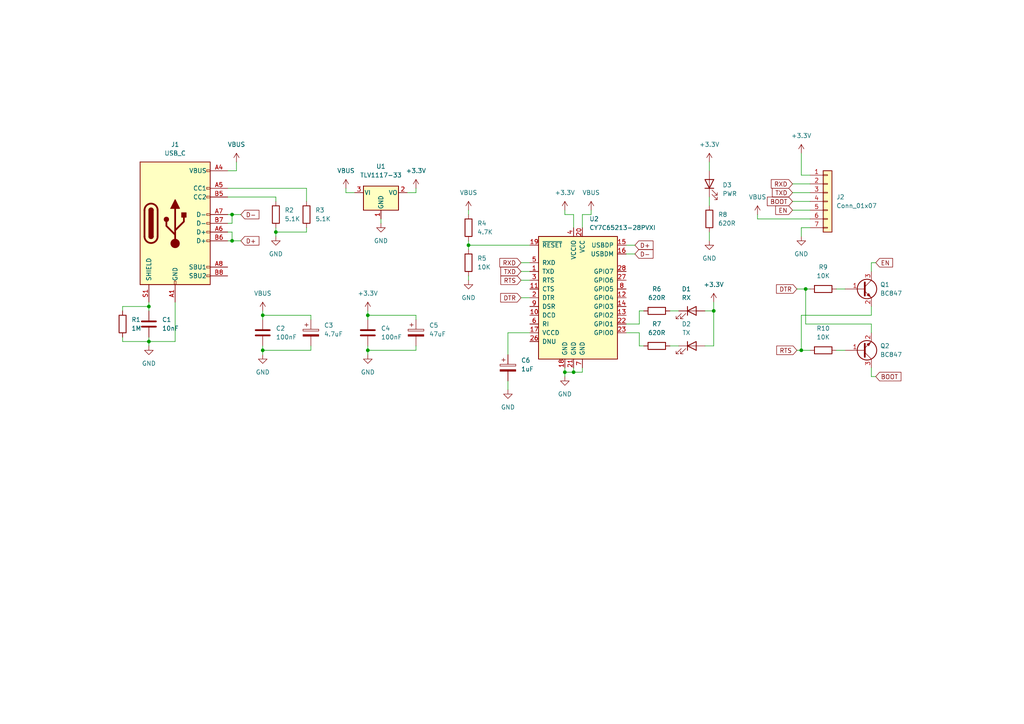
<source format=kicad_sch>
(kicad_sch (version 20211123) (generator eeschema)
  (paper "A4")
  (lib_symbols
    (symbol "Connector:USB_C_Receptacle_USB2.0" (pin_names (offset 1.016))
      (property "Reference" "J" (at -10.16 19.05 0))
      (property "Value" "USB_C_Receptacle_USB2.0" (at 19.05 19.05 0))
      (symbol "USB_C_Receptacle_USB2.0_0_0"
        (rectangle (start -0.254 -17.78) (end 0.254 -16.764))
        (rectangle (start 10.16 -14.986) (end 9.144 -15.494))
        (rectangle (start 10.16 -12.446) (end 9.144 -12.954))
        (rectangle (start 10.16 -4.826) (end 9.144 -5.334))
        (rectangle (start 10.16 -2.286) (end 9.144 -2.794))
        (rectangle (start 10.16 0.254) (end 9.144 -0.254))
        (rectangle (start 10.16 2.794) (end 9.144 2.286))
        (rectangle (start 10.16 7.874) (end 9.144 7.366))
        (rectangle (start 10.16 10.414) (end 9.144 9.906))
        (rectangle (start 10.16 15.494) (end 9.144 14.986))
      )
      (symbol "USB_C_Receptacle_USB2.0_0_1"
        (rectangle (start -10.16 17.78) (end 10.16 -17.78) (stroke (width 0.254)) (fill (type background)))
        (arc (start -8.89 -3.81) (mid -6.985 -5.715) (end -5.08 -3.81) (stroke (width 0.508)))
        (arc (start -7.62 -3.81) (mid -6.985 -4.445) (end -6.35 -3.81) (stroke (width 0.254)))
        (arc (start -7.62 -3.81) (mid -6.985 -4.445) (end -6.35 -3.81) (stroke (width 0.254)) (fill (type outline)))
        (rectangle (start -7.62 -3.81) (end -6.35 3.81) (stroke (width 0.254)) (fill (type outline)))
        (arc (start -6.35 3.81) (mid -6.985 4.445) (end -7.62 3.81) (stroke (width 0.254)))
        (arc (start -6.35 3.81) (mid -6.985 4.445) (end -7.62 3.81) (stroke (width 0.254)) (fill (type outline)))
        (arc (start -5.08 3.81) (mid -6.985 5.715) (end -8.89 3.81) (stroke (width 0.508)))
        (circle (center -2.54 1.143) (radius 0.635) (stroke (width 0.254)) (fill (type outline)))
        (circle (center 0 -5.842) (radius 1.27) (fill (type outline)))
        (polyline (pts (xy -8.89 -3.81) (xy -8.89 3.81)) (stroke (width 0.508)))
        (polyline (pts (xy -5.08 3.81) (xy -5.08 -3.81)) (stroke (width 0.508)))
        (polyline (pts (xy 0 -5.842) (xy 0 4.318)) (stroke (width 0.508)))
        (polyline (pts (xy 0 -3.302) (xy -2.54 -0.762) (xy -2.54 0.508)) (stroke (width 0.508)))
        (polyline (pts (xy 0 -2.032) (xy 2.54 0.508) (xy 2.54 1.778)) (stroke (width 0.508)))
        (polyline (pts (xy -1.27 4.318) (xy 0 6.858) (xy 1.27 4.318) (xy -1.27 4.318)) (stroke (width 0.254)) (fill (type outline)))
        (rectangle (start 1.905 1.778) (end 3.175 3.048) (stroke (width 0.254)) (fill (type outline)))
      )
      (symbol "USB_C_Receptacle_USB2.0_1_1"
        (pin passive line (at 0 -22.86 90) (length 5.08) (name "GND") (number "A1"))
        (pin passive line (at 0 -22.86 90) (length 5.08) hide (name "GND") (number "A12"))
        (pin passive line (at 15.24 15.24 180) (length 5.08) (name "VBUS") (number "A4"))
        (pin bidirectional line (at 15.24 10.16 180) (length 5.08) (name "CC1") (number "A5"))
        (pin bidirectional line (at 15.24 -2.54 180) (length 5.08) (name "D+") (number "A6"))
        (pin bidirectional line (at 15.24 2.54 180) (length 5.08) (name "D-") (number "A7"))
        (pin bidirectional line (at 15.24 -12.7 180) (length 5.08) (name "SBU1") (number "A8"))
        (pin passive line (at 15.24 15.24 180) (length 5.08) hide (name "VBUS") (number "A9"))
        (pin passive line (at 0 -22.86 90) (length 5.08) hide (name "GND") (number "B1"))
        (pin passive line (at 0 -22.86 90) (length 5.08) hide (name "GND") (number "B12"))
        (pin passive line (at 15.24 15.24 180) (length 5.08) hide (name "VBUS") (number "B4"))
        (pin bidirectional line (at 15.24 7.62 180) (length 5.08) (name "CC2") (number "B5"))
        (pin bidirectional line (at 15.24 -5.08 180) (length 5.08) (name "D+") (number "B6"))
        (pin bidirectional line (at 15.24 0 180) (length 5.08) (name "D-") (number "B7"))
        (pin bidirectional line (at 15.24 -15.24 180) (length 5.08) (name "SBU2") (number "B8"))
        (pin passive line (at 15.24 15.24 180) (length 5.08) hide (name "VBUS") (number "B9"))
        (pin passive line (at -7.62 -22.86 90) (length 5.08) (name "SHIELD") (number "S1"))
      )
    )
    (symbol "Connector_Generic:Conn_01x07" (pin_names (offset 1.016) hide)
      (property "Reference" "J" (at 0 10.16 0))
      (property "Value" "Conn_01x07" (at 0 -10.16 0))
      (symbol "Conn_01x07_1_1"
        (rectangle (start -1.27 -7.493) (end 0 -7.747) (stroke (width 0.1524)))
        (rectangle (start -1.27 -4.953) (end 0 -5.207) (stroke (width 0.1524)))
        (rectangle (start -1.27 -2.413) (end 0 -2.667) (stroke (width 0.1524)))
        (rectangle (start -1.27 0.127) (end 0 -0.127) (stroke (width 0.1524)))
        (rectangle (start -1.27 2.667) (end 0 2.413) (stroke (width 0.1524)))
        (rectangle (start -1.27 5.207) (end 0 4.953) (stroke (width 0.1524)))
        (rectangle (start -1.27 7.747) (end 0 7.493) (stroke (width 0.1524)))
        (rectangle (start -1.27 8.89) (end 1.27 -8.89) (stroke (width 0.254)) (fill (type background)))
        (pin passive line (at -5.08 7.62 0) (length 3.81) (name "Pin_1") (number "1"))
        (pin passive line (at -5.08 5.08 0) (length 3.81) (name "Pin_2") (number "2"))
        (pin passive line (at -5.08 2.54 0) (length 3.81) (name "Pin_3") (number "3"))
        (pin passive line (at -5.08 0 0) (length 3.81) (name "Pin_4") (number "4"))
        (pin passive line (at -5.08 -2.54 0) (length 3.81) (name "Pin_5") (number "5"))
        (pin passive line (at -5.08 -5.08 0) (length 3.81) (name "Pin_6") (number "6"))
        (pin passive line (at -5.08 -7.62 0) (length 3.81) (name "Pin_7") (number "7"))
      )
    )
    (symbol "Device:C" (pin_numbers hide) (pin_names (offset 0.254))
      (property "Reference" "C" (at 0.635 2.54 0))
      (property "Value" "C" (at 0.635 -2.54 0))
      (symbol "C_0_1"
        (polyline (pts (xy -2.032 -0.762) (xy 2.032 -0.762)) (stroke (width 0.508)))
        (polyline (pts (xy -2.032 0.762) (xy 2.032 0.762)) (stroke (width 0.508)))
      )
      (symbol "C_1_1"
        (pin passive line (at 0 3.81 270) (length 2.794) (name "~") (number "1"))
        (pin passive line (at 0 -3.81 90) (length 2.794) (name "~") (number "2"))
      )
    )
    (symbol "Device:C_Polarized" (pin_numbers hide) (pin_names (offset 0.254))
      (property "Reference" "C" (at 0.635 2.54 0))
      (property "Value" "C_Polarized" (at 0.635 -2.54 0))
      (symbol "C_Polarized_0_1"
        (rectangle (start -2.286 0.508) (end 2.286 1.016))
        (polyline (pts (xy -1.778 2.286) (xy -0.762 2.286)))
        (polyline (pts (xy -1.27 2.794) (xy -1.27 1.778)))
        (rectangle (start 2.286 -0.508) (end -2.286 -1.016) (fill (type outline)))
      )
      (symbol "C_Polarized_1_1"
        (pin passive line (at 0 3.81 270) (length 2.794) (name "~") (number "1"))
        (pin passive line (at 0 -3.81 90) (length 2.794) (name "~") (number "2"))
      )
    )
    (symbol "Device:LED" (pin_numbers hide) (pin_names (offset 1.016) hide)
      (property "Reference" "D" (at 0 2.54 0))
      (property "Value" "LED" (at 0 -2.54 0))
      (symbol "LED_0_1"
        (polyline (pts (xy -1.27 -1.27) (xy -1.27 1.27)) (stroke (width 0.254)))
        (polyline (pts (xy -1.27 0) (xy 1.27 0)))
        (polyline (pts (xy 1.27 -1.27) (xy 1.27 1.27) (xy -1.27 0) (xy 1.27 -1.27)) (stroke (width 0.254)))
        (polyline (pts (xy -3.048 -0.762) (xy -4.572 -2.286) (xy -3.81 -2.286) (xy -4.572 -2.286) (xy -4.572 -1.524)))
        (polyline (pts (xy -1.778 -0.762) (xy -3.302 -2.286) (xy -2.54 -2.286) (xy -3.302 -2.286) (xy -3.302 -1.524)))
      )
      (symbol "LED_1_1"
        (pin passive line (at -3.81 0 0) (length 2.54) (name "K") (number "1"))
        (pin passive line (at 3.81 0 180) (length 2.54) (name "A") (number "2"))
      )
    )
    (symbol "Device:R" (pin_numbers hide) (pin_names (offset 0))
      (property "Reference" "R" (at 2.032 0 90))
      (property "Value" "R" (at 0 0 90))
      (symbol "R_0_1"
        (rectangle (start -1.016 -2.54) (end 1.016 2.54) (stroke (width 0.254)))
      )
      (symbol "R_1_1"
        (pin passive line (at 0 3.81 270) (length 1.27) (name "~") (number "1"))
        (pin passive line (at 0 -3.81 90) (length 1.27) (name "~") (number "2"))
      )
    )
    (symbol "Interface_USB:CY7C65213-28PVXI" (pin_names (offset 1.016))
      (property "Reference" "U" (at -8.89 19.05 0))
      (property "Value" "CY7C65213-28PVXI" (at 3.556 19.05 0))
      (symbol "CY7C65213-28PVXI_0_1"
        (rectangle (start -10.16 17.78) (end 12.7 -17.78) (stroke (width 0.254)) (fill (type background)))
      )
      (symbol "CY7C65213-28PVXI_1_1"
        (pin output line (at -12.7 7.62 0) (length 2.54) (name "TXD") (number "1"))
        (pin input line (at -12.7 -5.08 0) (length 2.54) (name "DCD") (number "10"))
        (pin input line (at -12.7 2.54 0) (length 2.54) (name "CTS") (number "11"))
        (pin bidirectional line (at 15.24 0 180) (length 2.54) (name "GPIO4") (number "12"))
        (pin tri_state line (at 15.24 -5.08 180) (length 2.54) (name "GPIO2") (number "13"))
        (pin bidirectional line (at 15.24 -2.54 180) (length 2.54) (name "GPIO3") (number "14"))
        (pin bidirectional line (at 15.24 15.24 180) (length 2.54) (name "USBDP") (number "15"))
        (pin bidirectional line (at 15.24 12.7 180) (length 2.54) (name "USBDM") (number "16"))
        (pin passive line (at -12.7 -10.16 0) (length 2.54) (name "VCCD") (number "17"))
        (pin power_in line (at -2.54 -20.32 90) (length 2.54) (name "GND") (number "18"))
        (pin bidirectional line (at -12.7 15.24 0) (length 2.54) (name "~{RESET}") (number "19"))
        (pin output line (at -12.7 0 0) (length 2.54) (name "DTR") (number "2"))
        (pin power_in line (at 2.54 20.32 270) (length 2.54) (name "VCC") (number "20"))
        (pin power_in line (at 0 -20.32 90) (length 2.54) (name "GND") (number "21"))
        (pin bidirectional line (at 15.24 -7.62 180) (length 2.54) (name "GPIO1") (number "22"))
        (pin bidirectional line (at 15.24 -10.16 180) (length 2.54) (name "GPIO0") (number "23"))
        (pin no_connect line (at 12.7 -15.24 180) (length 2.54) hide (name "NC") (number "24"))
        (pin no_connect line (at 12.7 -12.7 180) (length 2.54) hide (name "NC") (number "25"))
        (pin passive line (at -12.7 -12.7 0) (length 2.54) (name "DNU") (number "26"))
        (pin tri_state line (at 15.24 5.08 180) (length 2.54) (name "GPIO6") (number "27"))
        (pin tri_state line (at 15.24 7.62 180) (length 2.54) (name "GPIO7") (number "28"))
        (pin output line (at -12.7 5.08 0) (length 2.54) (name "RTS") (number "3"))
        (pin power_in line (at 0 20.32 270) (length 2.54) (name "VCCIO") (number "4"))
        (pin input line (at -12.7 10.16 0) (length 2.54) (name "RXD") (number "5"))
        (pin input line (at -12.7 -7.62 0) (length 2.54) (name "RI") (number "6"))
        (pin power_in line (at 2.54 -20.32 90) (length 2.54) (name "GND") (number "7"))
        (pin tri_state line (at 15.24 2.54 180) (length 2.54) (name "GPIO5") (number "8"))
        (pin input line (at -12.7 -2.54 0) (length 2.54) (name "DSR") (number "9"))
      )
    )
    (symbol "Regulator_Linear:TLV1117-33" (pin_names (offset 0.254))
      (property "Reference" "U" (at -3.81 3.175 0))
      (property "Value" "TLV1117-33" (at 0 3.175 0))
      (symbol "TLV1117-33_0_1"
        (rectangle (start -5.08 -5.08) (end 5.08 1.905) (stroke (width 0.254)) (fill (type background)))
      )
      (symbol "TLV1117-33_1_1"
        (pin power_in line (at 0 -7.62 90) (length 2.54) (name "GND") (number "1"))
        (pin power_out line (at 7.62 0 180) (length 2.54) (name "VO") (number "2"))
        (pin power_in line (at -7.62 0 0) (length 2.54) (name "VI") (number "3"))
      )
    )
    (symbol "Transistor_BJT:BC847" (pin_names (offset 0) hide)
      (property "Reference" "Q" (at 5.08 1.905 0))
      (property "Value" "BC847" (at 5.08 0 0))
      (symbol "BC847_0_1"
        (polyline (pts (xy 0.635 0.635) (xy 2.54 2.54)))
        (polyline (pts (xy 0.635 -0.635) (xy 2.54 -2.54) (xy 2.54 -2.54)))
        (polyline (pts (xy 0.635 1.905) (xy 0.635 -1.905) (xy 0.635 -1.905)) (stroke (width 0.508)))
        (polyline (pts (xy 1.27 -1.778) (xy 1.778 -1.27) (xy 2.286 -2.286) (xy 1.27 -1.778) (xy 1.27 -1.778)) (fill (type outline)))
        (circle (center 1.27 0) (radius 2.8194) (stroke (width 0.254)))
      )
      (symbol "BC847_1_1"
        (pin input line (at -5.08 0 0) (length 5.715) (name "B") (number "1"))
        (pin passive line (at 2.54 -5.08 90) (length 2.54) (name "E") (number "2"))
        (pin passive line (at 2.54 5.08 270) (length 2.54) (name "C") (number "3"))
      )
    )
    (symbol "power:+3.3V" (power) (pin_names (offset 0))
      (property "Value" "+3.3V" (at 0 3.556 0))
      (symbol "+3.3V_0_1"
        (polyline (pts (xy -0.762 1.27) (xy 0 2.54)))
        (polyline (pts (xy 0 0) (xy 0 2.54)))
        (polyline (pts (xy 0 2.54) (xy 0.762 1.27)))
      )
      (symbol "+3.3V_1_1"
        (pin power_in line (at 0 0 90) (length 0) hide (name "+3.3V") (number "1"))
      )
    )
    (symbol "power:GND" (power) (pin_names (offset 0))
      (property "Value" "GND" (at 0 -3.81 0))
      (symbol "GND_0_1"
        (polyline (pts (xy 0 0) (xy 0 -1.27) (xy 1.27 -1.27) (xy 0 -2.54) (xy -1.27 -1.27) (xy 0 -1.27)))
      )
      (symbol "GND_1_1"
        (pin power_in line (at 0 0 270) (length 0) hide (name "GND") (number "1"))
      )
    )
    (symbol "power:VBUS" (power) (pin_names (offset 0))
      (property "Value" "VBUS" (at 0 3.81 0))
      (symbol "VBUS_0_1"
        (polyline (pts (xy -0.762 1.27) (xy 0 2.54)))
        (polyline (pts (xy 0 0) (xy 0 2.54)))
        (polyline (pts (xy 0 2.54) (xy 0.762 1.27)))
      )
      (symbol "VBUS_1_1"
        (pin power_in line (at 0 0 90) (length 0) hide (name "VBUS") (number "1"))
      )
    )
  )
  (junction (at 80.01 67.31))
  (junction (at 43.18 99.06))
  (junction (at 106.68 101.6))
  (junction (at 67.31 62.23))
  (junction (at 106.68 91.44))
  (junction (at 67.31 69.85))
  (junction (at 233.68 83.82))
  (junction (at 166.37 107.95))
  (junction (at 163.83 107.95))
  (junction (at 76.2 101.6))
  (junction (at 43.18 88.9))
  (junction (at 207.01 90.17))
  (junction (at 135.89 71.12))
  (junction (at 232.41 101.6))
  (junction (at 76.2 91.44))
  (wire (pts (xy 135.89 71.12) (xy 135.89 69.85)))
  (wire (pts (xy 43.18 99.06) (xy 43.18 97.79)))
  (wire (pts (xy 80.01 58.42) (xy 80.01 57.15)))
  (wire (pts (xy 181.61 73.66) (xy 184.15 73.66)))
  (wire (pts (xy 205.74 46.99) (xy 205.74 49.53)))
  (wire (pts (xy 66.04 62.23) (xy 67.31 62.23)))
  (wire (pts (xy 66.04 49.53) (xy 68.58 49.53)))
  (wire (pts (xy 35.56 99.06) (xy 43.18 99.06)))
  (wire (pts (xy 66.04 69.85) (xy 67.31 69.85)))
  (wire (pts (xy 35.56 97.79) (xy 35.56 99.06)))
  (wire (pts (xy 67.31 67.31) (xy 67.31 69.85)))
  (wire (pts (xy 120.65 54.61) (xy 120.65 55.88)))
  (wire (pts (xy 252.73 109.22) (xy 252.73 106.68)))
  (wire (pts (xy 106.68 90.17) (xy 106.68 91.44)))
  (wire (pts (xy 233.68 83.82) (xy 234.95 83.82)))
  (wire (pts (xy 168.91 107.95) (xy 166.37 107.95)))
  (wire (pts (xy 166.37 107.95) (xy 163.83 107.95)))
  (wire (pts (xy 67.31 62.23) (xy 69.85 62.23)))
  (wire (pts (xy 163.83 106.68) (xy 163.83 107.95)))
  (wire (pts (xy 168.91 106.68) (xy 168.91 107.95)))
  (wire (pts (xy 229.87 53.34) (xy 234.95 53.34)))
  (wire (pts (xy 76.2 91.44) (xy 90.17 91.44)))
  (wire (pts (xy 168.91 62.23) (xy 168.91 66.04)))
  (wire (pts (xy 50.8 87.63) (xy 50.8 99.06)))
  (wire (pts (xy 43.18 88.9) (xy 43.18 90.17)))
  (wire (pts (xy 205.74 67.31) (xy 205.74 69.85)))
  (wire (pts (xy 231.14 83.82) (xy 233.68 83.82)))
  (wire (pts (xy 204.47 100.33) (xy 207.01 100.33)))
  (wire (pts (xy 153.67 96.52) (xy 147.32 96.52)))
  (wire (pts (xy 76.2 100.33) (xy 76.2 101.6)))
  (wire (pts (xy 232.41 101.6) (xy 234.95 101.6)))
  (wire (pts (xy 232.41 66.04) (xy 234.95 66.04)))
  (wire (pts (xy 80.01 67.31) (xy 80.01 68.58)))
  (wire (pts (xy 194.31 90.17) (xy 196.85 90.17)))
  (wire (pts (xy 163.83 60.96) (xy 163.83 62.23)))
  (wire (pts (xy 66.04 64.77) (xy 67.31 64.77)))
  (wire (pts (xy 252.73 76.2) (xy 254 76.2)))
  (wire (pts (xy 163.83 107.95) (xy 163.83 109.22)))
  (wire (pts (xy 43.18 87.63) (xy 43.18 88.9)))
  (wire (pts (xy 88.9 54.61) (xy 88.9 58.42)))
  (wire (pts (xy 194.31 100.33) (xy 196.85 100.33)))
  (wire (pts (xy 80.01 66.04) (xy 80.01 67.31)))
  (wire (pts (xy 254 109.22) (xy 252.73 109.22)))
  (wire (pts (xy 120.65 92.71) (xy 120.65 91.44)))
  (wire (pts (xy 185.42 96.52) (xy 185.42 100.33)))
  (wire (pts (xy 219.71 63.5) (xy 234.95 63.5)))
  (wire (pts (xy 186.69 90.17) (xy 185.42 90.17)))
  (wire (pts (xy 76.2 101.6) (xy 76.2 102.87)))
  (wire (pts (xy 207.01 87.63) (xy 207.01 90.17)))
  (wire (pts (xy 229.87 58.42) (xy 234.95 58.42)))
  (wire (pts (xy 120.65 100.33) (xy 120.65 101.6)))
  (wire (pts (xy 135.89 80.01) (xy 135.89 81.28)))
  (wire (pts (xy 76.2 91.44) (xy 76.2 92.71)))
  (wire (pts (xy 67.31 62.23) (xy 67.31 64.77)))
  (wire (pts (xy 166.37 106.68) (xy 166.37 107.95)))
  (wire (pts (xy 106.68 101.6) (xy 106.68 102.87)))
  (wire (pts (xy 252.73 96.52) (xy 252.73 93.98)))
  (wire (pts (xy 76.2 101.6) (xy 90.17 101.6)))
  (wire (pts (xy 67.31 69.85) (xy 69.85 69.85)))
  (wire (pts (xy 90.17 92.71) (xy 90.17 91.44)))
  (wire (pts (xy 232.41 66.04) (xy 232.41 68.58)))
  (wire (pts (xy 66.04 57.15) (xy 80.01 57.15)))
  (wire (pts (xy 204.47 90.17) (xy 207.01 90.17)))
  (wire (pts (xy 90.17 100.33) (xy 90.17 101.6)))
  (wire (pts (xy 207.01 100.33) (xy 207.01 90.17)))
  (wire (pts (xy 68.58 49.53) (xy 68.58 46.99)))
  (wire (pts (xy 151.13 76.2) (xy 153.67 76.2)))
  (wire (pts (xy 229.87 60.96) (xy 234.95 60.96)))
  (wire (pts (xy 185.42 90.17) (xy 185.42 93.98)))
  (wire (pts (xy 252.73 91.44) (xy 232.41 91.44)))
  (wire (pts (xy 110.49 63.5) (xy 110.49 64.77)))
  (wire (pts (xy 242.57 83.82) (xy 245.11 83.82)))
  (wire (pts (xy 181.61 71.12) (xy 184.15 71.12)))
  (wire (pts (xy 181.61 96.52) (xy 185.42 96.52)))
  (wire (pts (xy 219.71 62.23) (xy 219.71 63.5)))
  (wire (pts (xy 205.74 57.15) (xy 205.74 59.69)))
  (wire (pts (xy 151.13 78.74) (xy 153.67 78.74)))
  (wire (pts (xy 242.57 101.6) (xy 245.11 101.6)))
  (wire (pts (xy 80.01 67.31) (xy 88.9 67.31)))
  (wire (pts (xy 106.68 91.44) (xy 120.65 91.44)))
  (wire (pts (xy 88.9 66.04) (xy 88.9 67.31)))
  (wire (pts (xy 232.41 91.44) (xy 232.41 101.6)))
  (wire (pts (xy 35.56 88.9) (xy 43.18 88.9)))
  (wire (pts (xy 153.67 71.12) (xy 135.89 71.12)))
  (wire (pts (xy 66.04 67.31) (xy 67.31 67.31)))
  (wire (pts (xy 171.45 60.96) (xy 171.45 62.23)))
  (wire (pts (xy 252.73 88.9) (xy 252.73 91.44)))
  (wire (pts (xy 102.87 55.88) (xy 100.33 55.88)))
  (wire (pts (xy 135.89 71.12) (xy 135.89 72.39)))
  (wire (pts (xy 232.41 50.8) (xy 234.95 50.8)))
  (wire (pts (xy 151.13 86.36) (xy 153.67 86.36)))
  (wire (pts (xy 166.37 62.23) (xy 166.37 66.04)))
  (wire (pts (xy 106.68 101.6) (xy 120.65 101.6)))
  (wire (pts (xy 118.11 55.88) (xy 120.65 55.88)))
  (wire (pts (xy 229.87 55.88) (xy 234.95 55.88)))
  (wire (pts (xy 252.73 93.98) (xy 233.68 93.98)))
  (wire (pts (xy 151.13 81.28) (xy 153.67 81.28)))
  (wire (pts (xy 171.45 62.23) (xy 168.91 62.23)))
  (wire (pts (xy 135.89 60.96) (xy 135.89 62.23)))
  (wire (pts (xy 147.32 96.52) (xy 147.32 102.87)))
  (wire (pts (xy 76.2 90.17) (xy 76.2 91.44)))
  (wire (pts (xy 35.56 90.17) (xy 35.56 88.9)))
  (wire (pts (xy 252.73 78.74) (xy 252.73 76.2)))
  (wire (pts (xy 232.41 44.45) (xy 232.41 50.8)))
  (wire (pts (xy 233.68 93.98) (xy 233.68 83.82)))
  (wire (pts (xy 106.68 100.33) (xy 106.68 101.6)))
  (wire (pts (xy 185.42 100.33) (xy 186.69 100.33)))
  (wire (pts (xy 66.04 54.61) (xy 88.9 54.61)))
  (wire (pts (xy 163.83 62.23) (xy 166.37 62.23)))
  (wire (pts (xy 106.68 91.44) (xy 106.68 92.71)))
  (wire (pts (xy 231.14 101.6) (xy 232.41 101.6)))
  (wire (pts (xy 43.18 99.06) (xy 50.8 99.06)))
  (wire (pts (xy 181.61 93.98) (xy 185.42 93.98)))
  (wire (pts (xy 147.32 110.49) (xy 147.32 113.03)))
  (wire (pts (xy 43.18 99.06) (xy 43.18 100.33)))
  (wire (pts (xy 100.33 55.88) (xy 100.33 54.61)))
  (global_label "TXD" (shape input) (at 229.87 55.88 180) (property "Intersheet References" "${INTERSHEET_REFS}" (effects hide)))
  (global_label "D+" (shape input) (at 69.85 69.85 0) (property "Intersheet References" "${INTERSHEET_REFS}" (effects hide)))
  (global_label "D+" (shape input) (at 184.15 71.12 0) (property "Intersheet References" "${INTERSHEET_REFS}" (effects hide)))
  (global_label "BOOT" (shape input) (at 229.87 58.42 180) (property "Intersheet References" "${INTERSHEET_REFS}" (effects hide)))
  (global_label "EN" (shape input) (at 254 76.2 0) (property "Intersheet References" "${INTERSHEET_REFS}" (effects hide)))
  (global_label "BOOT" (shape input) (at 254 109.22 0) (property "Intersheet References" "${INTERSHEET_REFS}" (effects hide)))
  (global_label "TXD" (shape input) (at 151.13 78.74 180) (property "Intersheet References" "${INTERSHEET_REFS}" (effects hide)))
  (global_label "EN" (shape input) (at 229.87 60.96 180) (property "Intersheet References" "${INTERSHEET_REFS}" (effects hide)))
  (global_label "D-" (shape input) (at 184.15 73.66 0) (property "Intersheet References" "${INTERSHEET_REFS}" (effects hide)))
  (global_label "D-" (shape input) (at 69.85 62.23 0) (property "Intersheet References" "${INTERSHEET_REFS}" (effects hide)))
  (global_label "RXD" (shape input) (at 151.13 76.2 180) (property "Intersheet References" "${INTERSHEET_REFS}" (effects hide)))
  (global_label "RXD" (shape input) (at 229.87 53.34 180) (property "Intersheet References" "${INTERSHEET_REFS}" (effects hide)))
  (global_label "DTR" (shape input) (at 151.13 86.36 180) (property "Intersheet References" "${INTERSHEET_REFS}" (effects hide)))
  (global_label "DTR" (shape input) (at 231.14 83.82 180) (property "Intersheet References" "${INTERSHEET_REFS}" (effects hide)))
  (global_label "RTS" (shape input) (at 231.14 101.6 180) (property "Intersheet References" "${INTERSHEET_REFS}" (effects hide)))
  (global_label "RTS" (shape input) (at 151.13 81.28 180) (property "Intersheet References" "${INTERSHEET_REFS}" (effects hide)))
  (symbol (lib_id "Device:LED") (at 205.74 53.34 90) (unit 1)
    (property "Reference" "D3" (at 209.55 53.6574 90) (effects (justify right)))
    (property "Value" "PWR" (at 209.55 56.1974 90) (effects (justify right)))
    (property "Footprint" "LED_SMD:LED_1206_3216Metric_Pad1.42x1.75mm_HandSolder" (effects hide))
  )
  (symbol (lib_id "Device:R") (at 238.76 83.82 90) (unit 1)
    (property "Reference" "R9" (at 238.76 77.47 90))
    (property "Value" "10K" (at 238.76 80.01 90))
    (property "Footprint" "Resistor_SMD:R_1206_3216Metric_Pad1.30x1.75mm_HandSolder" (effects hide))
  )
  (symbol (lib_id "Device:R") (at 135.89 66.04 0) (unit 1)
    (property "Reference" "R4" (at 138.43 64.7699 0) (effects (justify left)))
    (property "Value" "4.7K" (at 138.43 67.3099 0) (effects (justify left)))
    (property "Footprint" "Resistor_SMD:R_1206_3216Metric_Pad1.30x1.75mm_HandSolder" (effects hide))
  )
  (symbol (lib_id "power:VBUS") (at 135.89 60.96 0) (unit 1)
    (property "Reference" "#PWR0113" (effects hide))
    (property "Value" "VBUS" (at 135.89 55.88 0))
  )
  (symbol (lib_id "power:+3.3V") (at 205.74 46.99 0) (unit 1)
    (property "Reference" "#PWR0120" (effects hide))
    (property "Value" "+3.3V" (at 205.74 41.91 0))
  )
  (symbol (lib_id "Device:R") (at 190.5 100.33 90) (unit 1)
    (property "Reference" "R7" (at 190.5 93.98 90))
    (property "Value" "620R" (at 190.5 96.52 90))
    (property "Footprint" "Resistor_SMD:R_1206_3216Metric_Pad1.30x1.75mm_HandSolder" (effects hide))
  )
  (symbol (lib_id "Interface_USB:CY7C65213-28PVXI") (at 166.37 86.36 0) (unit 1)
    (property "Reference" "U2" (at 170.9294 63.5 0) (effects (justify left)))
    (property "Value" "CY7C65213-28PVXI" (at 170.9294 66.04 0) (effects (justify left)))
    (property "Footprint" "Package_SO:SSOP-28_5.3x10.2mm_P0.65mm" (effects hide))
    (property "Datasheet" "http://www.cypress.com/file/139881/download" (effects hide))
  )
  (symbol (lib_id "Device:C") (at 76.2 96.52 0) (unit 1)
    (property "Reference" "C2" (at 80.01 95.2499 0) (effects (justify left)))
    (property "Value" "100nF" (at 80.01 97.79 0) (effects (justify left)))
    (property "Footprint" "Capacitor_SMD:C_1206_3216Metric_Pad1.33x1.80mm_HandSolder" (effects hide))
  )
  (symbol (lib_id "power:VBUS") (at 219.71 62.23 0) (unit 1)
    (property "Reference" "#PWR0123" (effects hide))
    (property "Value" "VBUS" (at 219.71 57.15 0))
  )
  (symbol (lib_id "power:VBUS") (at 68.58 46.99 0) (unit 1)
    (property "Reference" "#PWR0101" (effects hide))
    (property "Value" "VBUS" (at 68.58 41.91 0))
  )
  (symbol (lib_id "power:VBUS") (at 100.33 54.61 0) (unit 1)
    (property "Reference" "#PWR0108" (effects hide))
    (property "Value" "VBUS" (at 100.33 49.53 0))
  )
  (symbol (lib_id "Device:R") (at 80.01 62.23 0) (unit 1)
    (property "Reference" "R2" (at 82.55 60.9599 0) (effects (justify left)))
    (property "Value" "5.1K" (at 82.55 63.4999 0) (effects (justify left)))
    (property "Footprint" "Resistor_SMD:R_1206_3216Metric_Pad1.30x1.75mm_HandSolder" (effects hide))
  )
  (symbol (lib_id "Device:C_Polarized") (at 90.17 96.52 0) (unit 1)
    (property "Reference" "C3" (at 93.98 94.3609 0) (effects (justify left)))
    (property "Value" "4.7uF" (at 93.98 96.9009 0) (effects (justify left)))
    (property "Footprint" "Capacitor_Tantalum_SMD:CP_EIA-3216-12_Kemet-S_Pad1.58x1.35mm_HandSolder" (effects hide))
  )
  (symbol (lib_id "Transistor_BJT:BC847") (at 250.19 83.82 0) (unit 1)
    (property "Reference" "Q1" (at 255.27 82.5499 0) (effects (justify left)))
    (property "Value" "BC847" (at 255.27 85.0899 0) (effects (justify left)))
    (property "Footprint" "Package_TO_SOT_SMD:SOT-23_Handsoldering" (effects hide))
    (property "Datasheet" "http://www.infineon.com/dgdl/Infineon-BC847SERIES_BC848SERIES_BC849SERIES_BC850SERIES-DS-v01_01-en.pdf?fileId=db3a304314dca389011541d4630a1657" (effects hide))
  )
  (symbol (lib_id "Regulator_Linear:TLV1117-33") (at 110.49 55.88 0) (unit 1)
    (property "Reference" "U1" (at 110.49 48.26 0))
    (property "Value" "TLV1117-33" (at 110.49 50.8 0))
    (property "Footprint" "Package_TO_SOT_SMD:TO-252-3_TabPin2" (effects hide))
    (property "Datasheet" "http://www.ti.com/lit/ds/symlink/tlv1117.pdf" (effects hide))
  )
  (symbol (lib_id "power:GND") (at 163.83 109.22 0) (unit 1)
    (property "Reference" "#PWR0118" (effects hide))
    (property "Value" "GND" (at 163.83 114.3 0))
  )
  (symbol (lib_id "Device:R") (at 190.5 90.17 90) (unit 1)
    (property "Reference" "R6" (at 190.5 83.82 90))
    (property "Value" "620R" (at 190.5 86.36 90))
    (property "Footprint" "Resistor_SMD:R_1206_3216Metric_Pad1.30x1.75mm_HandSolder" (effects hide))
  )
  (symbol (lib_id "power:+3.3V") (at 120.65 54.61 0) (unit 1)
    (property "Reference" "#PWR0111" (effects hide))
    (property "Value" "+3.3V" (at 120.65 49.53 0))
  )
  (symbol (lib_id "Device:R") (at 238.76 101.6 90) (unit 1)
    (property "Reference" "R10" (at 238.76 95.25 90))
    (property "Value" "10K" (at 238.76 97.79 90))
    (property "Footprint" "Resistor_SMD:R_1206_3216Metric_Pad1.30x1.75mm_HandSolder" (effects hide))
  )
  (symbol (lib_id "Transistor_BJT:BC847") (at 250.19 101.6 0) (mirror x) (unit 1)
    (property "Reference" "Q2" (at 255.27 100.3299 0) (effects (justify left)))
    (property "Value" "BC847" (at 255.27 102.8699 0) (effects (justify left)))
    (property "Footprint" "Package_TO_SOT_SMD:SOT-23_Handsoldering" (effects hide))
    (property "Datasheet" "http://www.infineon.com/dgdl/Infineon-BC847SERIES_BC848SERIES_BC849SERIES_BC850SERIES-DS-v01_01-en.pdf?fileId=db3a304314dca389011541d4630a1657" (effects hide))
  )
  (symbol (lib_id "Device:LED") (at 200.66 90.17 0) (unit 1)
    (property "Reference" "D1" (at 199.0725 83.82 0))
    (property "Value" "RX" (at 199.0725 86.36 0))
    (property "Footprint" "LED_SMD:LED_1206_3216Metric_Pad1.42x1.75mm_HandSolder" (effects hide))
  )
  (symbol (lib_id "power:GND") (at 43.18 100.33 0) (unit 1)
    (property "Reference" "#PWR0102" (effects hide))
    (property "Value" "GND" (at 43.18 105.41 0))
  )
  (symbol (lib_id "Device:R") (at 35.56 93.98 0) (unit 1)
    (property "Reference" "R1" (at 38.1 92.7099 0) (effects (justify left)))
    (property "Value" "1M" (at 38.1 95.2499 0) (effects (justify left)))
    (property "Footprint" "Resistor_SMD:R_1206_3216Metric_Pad1.30x1.75mm_HandSolder" (effects hide))
  )
  (symbol (lib_id "Connector:USB_C_Receptacle_USB2.0") (at 50.8 64.77 0) (unit 1)
    (property "Reference" "J1" (at 50.8 41.91 0))
    (property "Value" "USB_C" (at 50.8 44.45 0))
    (property "Footprint" "Connector_USB:USB_C_Receptacle_HRO_TYPE-C-31-M-12" (effects hide))
    (property "Datasheet" "https://www.usb.org/sites/default/files/documents/usb_type-c.zip" (effects hide))
  )
  (symbol (lib_id "power:GND") (at 80.01 68.58 0) (unit 1)
    (property "Reference" "#PWR0103" (effects hide))
    (property "Value" "GND" (at 80.01 73.66 0))
  )
  (symbol (lib_id "Device:C_Polarized") (at 147.32 106.68 0) (unit 1)
    (property "Reference" "C6" (at 151.13 104.5209 0) (effects (justify left)))
    (property "Value" "1uF" (at 151.13 107.0609 0) (effects (justify left)))
    (property "Footprint" "Capacitor_Tantalum_SMD:CP_EIA-3216-12_Kemet-S_Pad1.58x1.35mm_HandSolder" (effects hide))
  )
  (symbol (lib_id "power:GND") (at 232.41 68.58 0) (unit 1)
    (property "Reference" "#PWR0119" (effects hide))
    (property "Value" "GND" (at 232.41 73.66 0))
  )
  (symbol (lib_id "Device:LED") (at 200.66 100.33 0) (unit 1)
    (property "Reference" "D2" (at 199.0725 93.98 0))
    (property "Value" "TX" (at 199.0725 96.52 0))
    (property "Footprint" "LED_SMD:LED_1206_3216Metric_Pad1.42x1.75mm_HandSolder" (effects hide))
  )
  (symbol (lib_id "Connector_Generic:Conn_01x07") (at 240.03 58.42 0) (unit 1)
    (property "Reference" "J2" (at 242.57 57.1499 0) (effects (justify left)))
    (property "Value" "Conn_01x07" (at 242.57 59.6899 0) (effects (justify left)))
    (property "Footprint" "Connector_PinHeader_2.54mm:PinHeader_1x07_P2.54mm_Horizontal" (effects hide))
  )
  (symbol (lib_id "power:+3.3V") (at 163.83 60.96 0) (unit 1)
    (property "Reference" "#PWR0114" (effects hide))
    (property "Value" "+3.3V" (at 163.83 55.88 0))
  )
  (symbol (lib_id "Device:C") (at 106.68 96.52 0) (unit 1)
    (property "Reference" "C4" (at 110.49 95.2499 0) (effects (justify left)))
    (property "Value" "100nF" (at 110.49 97.7899 0) (effects (justify left)))
    (property "Footprint" "Capacitor_SMD:C_1206_3216Metric_Pad1.33x1.80mm_HandSolder" (effects hide))
  )
  (symbol (lib_id "Device:R") (at 135.89 76.2 0) (unit 1)
    (property "Reference" "R5" (at 138.43 74.9299 0) (effects (justify left)))
    (property "Value" "10K" (at 138.43 77.4699 0) (effects (justify left)))
    (property "Footprint" "Resistor_SMD:R_1206_3216Metric_Pad1.30x1.75mm_HandSolder" (effects hide))
  )
  (symbol (lib_id "power:+3.3V") (at 106.68 90.17 0) (unit 1)
    (property "Reference" "#PWR0105" (effects hide))
    (property "Value" "+3.3V" (at 106.68 85.09 0))
  )
  (symbol (lib_id "power:VBUS") (at 171.45 60.96 0) (unit 1)
    (property "Reference" "#PWR0115" (effects hide))
    (property "Value" "VBUS" (at 171.45 55.88 0))
  )
  (symbol (lib_id "power:+3.3V") (at 207.01 87.63 0) (unit 1)
    (property "Reference" "#PWR0116" (effects hide))
    (property "Value" "+3.3V" (at 207.01 82.55 0))
  )
  (symbol (lib_id "Device:C") (at 43.18 93.98 0) (unit 1)
    (property "Reference" "C1" (at 46.99 92.7099 0) (effects (justify left)))
    (property "Value" "10nF" (at 46.99 95.2499 0) (effects (justify left)))
    (property "Footprint" "Capacitor_SMD:C_1206_3216Metric_Pad1.33x1.80mm_HandSolder" (effects hide))
  )
  (symbol (lib_id "power:GND") (at 106.68 102.87 0) (unit 1)
    (property "Reference" "#PWR0106" (effects hide))
    (property "Value" "GND" (at 106.68 107.95 0))
  )
  (symbol (lib_id "power:GND") (at 110.49 64.77 0) (unit 1)
    (property "Reference" "#PWR0110" (effects hide))
    (property "Value" "GND" (at 110.49 69.85 0))
  )
  (symbol (lib_id "power:+3.3V") (at 232.41 44.45 0) (unit 1)
    (property "Reference" "#PWR0121" (effects hide))
    (property "Value" "+3.3V" (at 232.41 39.37 0))
  )
  (symbol (lib_id "Device:R") (at 205.74 63.5 0) (unit 1)
    (property "Reference" "R8" (at 208.28 62.2299 0) (effects (justify left)))
    (property "Value" "620R" (at 208.28 64.7699 0) (effects (justify left)))
    (property "Footprint" "Resistor_SMD:R_1206_3216Metric_Pad1.30x1.75mm_HandSolder" (effects hide))
  )
  (symbol (lib_id "power:VBUS") (at 76.2 90.17 0) (unit 1)
    (property "Reference" "#PWR0104" (effects hide))
    (property "Value" "VBUS" (at 76.2 85.09 0))
  )
  (symbol (lib_id "power:GND") (at 147.32 113.03 0) (unit 1)
    (property "Reference" "#PWR0112" (effects hide))
    (property "Value" "GND" (at 147.32 118.11 0))
  )
  (symbol (lib_id "Device:C_Polarized") (at 120.65 96.52 0) (unit 1)
    (property "Reference" "C5" (at 124.46 94.3609 0) (effects (justify left)))
    (property "Value" "47uF" (at 124.46 96.9009 0) (effects (justify left)))
    (property "Footprint" "Capacitor_SMD:C_Elec_6.3x5.4" (effects hide))
  )
  (symbol (lib_id "Device:R") (at 88.9 62.23 0) (unit 1)
    (property "Reference" "R3" (at 91.44 60.9599 0) (effects (justify left)))
    (property "Value" "5.1K" (at 91.44 63.4999 0) (effects (justify left)))
    (property "Footprint" "Resistor_SMD:R_1206_3216Metric_Pad1.30x1.75mm_HandSolder" (effects hide))
  )
  (symbol (lib_id "power:GND") (at 135.89 81.28 0) (unit 1)
    (property "Reference" "#PWR0109" (effects hide))
    (property "Value" "GND" (at 135.89 86.36 0))
  )
  (symbol (lib_id "power:GND") (at 76.2 102.87 0) (unit 1)
    (property "Reference" "#PWR0107" (effects hide))
    (property "Value" "GND" (at 76.2 107.95 0))
  )
  (symbol (lib_id "power:GND") (at 205.74 69.85 0) (unit 1)
    (property "Reference" "#PWR0117" (effects hide))
    (property "Value" "GND" (at 205.74 74.93 0))
  )
)
</source>
